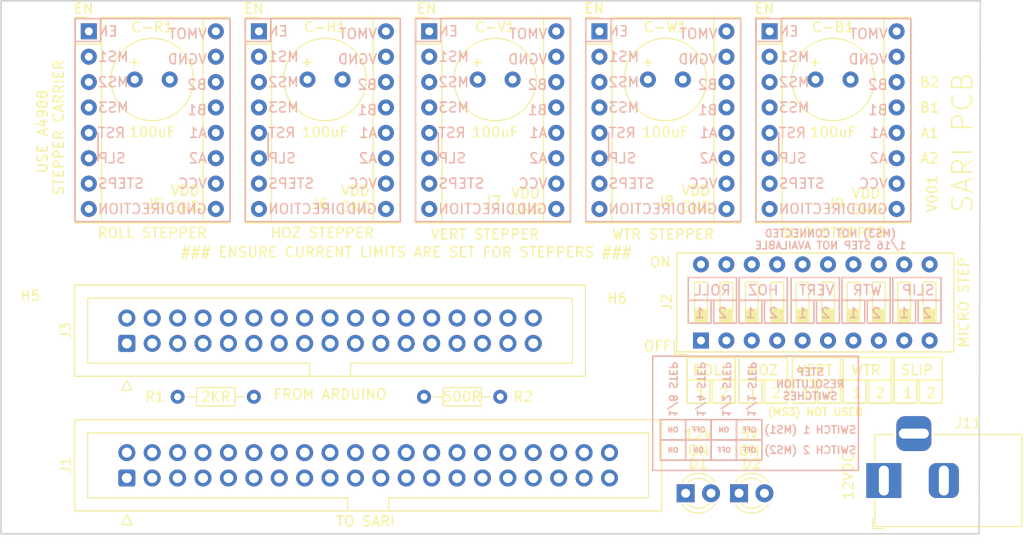
<source format=kicad_pcb>
(kicad_pcb (version 20211014) (generator pcbnew)
  (title_block (date "mar. 31 mars 2015"))
  (layers (0 "F.Cu" signal) (31 "B.Cu" signal) (34 "B.Paste" user) (35 "F.Paste" user) (36 "B.SilkS" user "B.Silkscreen") (37 "F.SilkS" user "F.Silkscreen") (38 "B.Mask" user) (39 "F.Mask" user) (44 "Edge.Cuts" user))
  (net 0 "")
  (net 1 "/ROLL_EN")
  (net 2 "GNDD")
  (net 4 "/ROLL_MS1")
  (net 5 "/ROLL_MS2")
  (net 7 "/ROLL_STEP")
  (net 8 "/ROLL_DIR")
  (net 9 "/ROLL_2B")
  (net 10 "/ROLL_2A")
  (net 11 "/ROLL_1A")
  (net 12 "/ROLL_1B")
  (net 13 "/VDD")
  (net 14 "/HOZ_EN")
  (net 15 "/HOZ_MS1")
  (net 16 "/HOZ_MS2")
  (net 17 "/HOZ_SLEEP")
  (net 18 "/HOZ_STEP")
  (net 19 "/HOZ_DIR")
  (net 20 "/HOZ_2B")
  (net 21 "/HOZ_2A")
  (net 22 "/HOZ_1A")
  (net 23 "/HOZ_1B")
  (net 24 "/VER_EN")
  (net 25 "/VER_MS1")
  (net 26 "/VER_MS2")
  (net 27 "/VER_SLEEP")
  (net 28 "/VER_STEP")
  (net 29 "/VER_DIR")
  (net 30 "/ZERO_IR")
  (net 31 "/SERVO_PITCH")
  (net 32 "/VER_2B")
  (net 33 "/VER_2A")
  (net 34 "/VER_1A")
  (net 35 "/VER_1B")
  (net 36 "/WL_EN")
  (net 37 "/WL_MS1")
  (net 38 "/WL_MS2")
  (net 39 "/LED_DATA_IN")
  (net 40 "/LED_DATA_OUT")
  (net 41 "/ENCODER_A")
  (net 42 "/WL_STEP")
  (net 43 "/WL_DIR")
  (net 44 "/ENCODER_B")
  (net 45 "/ENCODER_PUSH")
  (net 46 "/WL_2B")
  (net 47 "/WL_2A")
  (net 48 "/WL_1A")
  (net 49 "/WL_1B")
  (net 50 "/BALL_EN")
  (net 51 "/BALL_MS1")
  (net 52 "/BALL_MS2")
  (net 53 "/TEST_PUSH")
  (net 54 "/5VDC")
  (net 55 "/BALL_STEP")
  (net 56 "/BALL_DIR")
  (net 57 "/BALL_2B")
  (net 58 "/BALL_2A")
  (net 59 "/BALL_1A")
  (net 60 "/BALL_1B")
  (net 61 "/SERVO_RATE")
  (net 62 "/SERVO_FLAG")
  (net 63 "Net-(J5-Pad5)")
  (net 64 "Net-(J6-Pad5)")
  (net 65 "Net-(J7-Pad5)")
  (net 66 "Net-(J8-Pad5)")
  (net 67 "Net-(J9-Pad5)")
  (net 77 "/BALL_STEP_V+")
  (net 80 "Net-(D1-Pad1)")
  (net 81 "Net-(D2-Pad1)")
  (footprint "Capacitor_THT:C_Radial_D8.0mm_H7.0mm_P3.50mm" (layer "F.Cu") (at 189.512 76.2)
    (fp_text reference "C-W1" (at 1.75 -5.25) (layer "F.SilkS"))
    (fp_text value "100uF" (at 1.75 5.25) (layer "F.SilkS"))
    (pad "1" thru_hole circle (at 0 0) (size 1.6 1.6) (drill 0.8) (layers *.Cu *.Mask) (net 77 "/BALL_STEP_V+"))
    (pad "2" thru_hole circle (at 3.5 0) (size 1.6 1.6) (drill 0.8) (layers *.Cu *.Mask) (net 2 "GNDD"))
  )
  (footprint "MountingHole:MountingHole_2.5mm" (layer "F.Cu") (at 186.436 101.6)
    (fp_text reference "H6" (at 0 -3.5) (layer "F.SilkS"))
    (fp_text value "H4")
    (pad "" np_thru_hole circle (at 0 0) (size 2.5 2.5) (drill 2.5) (layers *.Cu *.Mask))
  )
  (footprint "Module:Pololu_Breakout-16_15.2x20.3mm" (layer "F.Cu") (at 201.686 71.374)
    (fp_text reference "J9" (at 6.594 17.272) (layer "F.SilkS"))
    (fp_text value "SLIP STEPPER" (at 6.35 20.17) (layer "F.SilkS"))
    (pad "1" thru_hole rect (at 0 0) (size 1.6 1.6) (drill 0.8) (layers *.Cu *.Mask) (net 50 "/BALL_EN"))
    (pad "2" thru_hole oval (at 0 2.54) (size 1.6 1.6) (drill 0.8) (layers *.Cu *.Mask) (net 51 "/BALL_MS1"))
    (pad "3" thru_hole oval (at 0 5.08) (size 1.6 1.6) (drill 0.8) (layers *.Cu *.Mask) (net 52 "/BALL_MS2"))
    (pad "4" thru_hole oval (at 0 7.62) (size 1.6 1.6) (drill 0.8) (layers *.Cu *.Mask) (net 2 "GNDD"))
    (pad "5" thru_hole oval (at 0 10.16) (size 1.6 1.6) (drill 0.8) (layers *.Cu *.Mask) (net 67 "Net-(J9-Pad5)"))
    (pad "6" thru_hole oval (at 0 12.7) (size 1.6 1.6) (drill 0.8) (layers *.Cu *.Mask) (net 67 "Net-(J9-Pad5)"))
    (pad "7" thru_hole oval (at 0 15.24) (size 1.6 1.6) (drill 0.8) (layers *.Cu *.Mask) (net 55 "/BALL_STEP"))
    (pad "8" thru_hole oval (at 0 17.78) (size 1.6 1.6) (drill 0.8) (layers *.Cu *.Mask) (net 56 "/BALL_DIR"))
    (pad "9" thru_hole oval (at 12.7 17.78) (size 1.6 1.6) (drill 0.8) (layers *.Cu *.Mask) (net 2 "GNDD"))
    (pad "10" thru_hole oval (at 12.7 15.24) (size 1.6 1.6) (drill 0.8) (layers *.Cu *.Mask) (net 13 "/VDD"))
    (pad "11" thru_hole oval (at 12.7 12.7) (size 1.6 1.6) (drill 0.8) (layers *.Cu *.Mask) (net 57 "/BALL_2B"))
    (pad "12" thru_hole oval (at 12.7 10.16) (size 1.6 1.6) (drill 0.8) (layers *.Cu *.Mask) (net 58 "/BALL_2A"))
    (pad "13" thru_hole oval (at 12.7 7.62) (size 1.6 1.6) (drill 0.8) (layers *.Cu *.Mask) (net 59 "/BALL_1A"))
    (pad "14" thru_hole oval (at 12.7 5.08) (size 1.6 1.6) (drill 0.8) (layers *.Cu *.Mask) (net 60 "/BALL_1B"))
    (pad "15" thru_hole oval (at 12.7 2.54) (size 1.6 1.6) (drill 0.8) (layers *.Cu *.Mask) (net 2 "GNDD"))
    (pad "16" thru_hole oval (at 12.7 0) (size 1.6 1.6) (drill 0.8) (layers *.Cu *.Mask) (net 77 "/BALL_STEP_V+"))
  )
  (footprint "Resistor_THT:R_Axial_DIN0204_L3.6mm_D1.6mm_P7.62mm_Horizontal" (layer "F.Cu") (at 150.114 107.95 180)
    (fp_text reference "R1" (at 9.906 0 180) (layer "F.SilkS"))
    (fp_text value "R")
    (pad "1" thru_hole circle (at 0 0 180) (size 1.4 1.4) (drill 0.7) (layers *.Cu *.Mask) (net 2 "GNDD"))
    (pad "2" thru_hole oval (at 7.62 0 180) (size 1.4 1.4) (drill 0.7) (layers *.Cu *.Mask) (net 80 "Net-(D1-Pad1)"))
  )
  (footprint "Button_Switch_THT:SW_DIP_SPSTx10_Slide_9.78x27.58mm_W7.62mm_P2.54mm" (layer "F.Cu") (at 194.823 102.3195 90)
    (fp_text reference "J2" (at 3.81 -3.42 90) (layer "F.SilkS"))
    (fp_text value "MICRO STEP" (at 3.81 26.28 90) (layer "F.SilkS"))
    (pad "1" thru_hole rect (at 0 0 90) (size 1.6 1.6) (drill 0.8) (layers *.Cu *.Mask) (net 4 "/ROLL_MS1"))
    (pad "2" thru_hole oval (at 0 2.54 90) (size 1.6 1.6) (drill 0.8) (layers *.Cu *.Mask) (net 5 "/ROLL_MS2"))
    (pad "3" thru_hole oval (at 0 5.08 90) (size 1.6 1.6) (drill 0.8) (layers *.Cu *.Mask) (net 15 "/HOZ_MS1"))
    (pad "4" thru_hole oval (at 0 7.62 90) (size 1.6 1.6) (drill 0.8) (layers *.Cu *.Mask) (net 16 "/HOZ_MS2"))
    (pad "5" thru_hole oval (at 0 10.16 90) (size 1.6 1.6) (drill 0.8) (layers *.Cu *.Mask) (net 25 "/VER_MS1"))
    (pad "6" thru_hole oval (at 0 12.7 90) (size 1.6 1.6) (drill 0.8) (layers *.Cu *.Mask) (net 26 "/VER_MS2"))
    (pad "7" thru_hole oval (at 0 15.24 90) (size 1.6 1.6) (drill 0.8) (layers *.Cu *.Mask) (net 37 "/WL_MS1"))
    (pad "8" thru_hole oval (at 0 17.78 90) (size 1.6 1.6) (drill 0.8) (layers *.Cu *.Mask) (net 38 "/WL_MS2"))
    (pad "9" thru_hole oval (at 0 20.32 90) (size 1.6 1.6) (drill 0.8) (layers *.Cu *.Mask) (net 51 "/BALL_MS1"))
    (pad "10" thru_hole oval (at 0 22.86 90) (size 1.6 1.6) (drill 0.8) (layers *.Cu *.Mask) (net 52 "/BALL_MS2"))
    (pad "11" thru_hole oval (at 7.62 22.86 90) (size 1.6 1.6) (drill 0.8) (layers *.Cu *.Mask) (net 13 "/VDD"))
    (pad "12" thru_hole oval (at 7.62 20.32 90) (size 1.6 1.6) (drill 0.8) (layers *.Cu *.Mask) (net 13 "/VDD"))
    (pad "13" thru_hole oval (at 7.62 17.78 90) (size 1.6 1.6) (drill 0.8) (layers *.Cu *.Mask) (net 13 "/VDD"))
    (pad "14" thru_hole oval (at 7.62 15.24 90) (size 1.6 1.6) (drill 0.8) (layers *.Cu *.Mask) (net 13 "/VDD"))
    (pad "15" thru_hole oval (at 7.62 12.7 90) (size 1.6 1.6) (drill 0.8) (layers *.Cu *.Mask) (net 13 "/VDD"))
    (pad "16" thru_hole oval (at 7.62 10.16 90) (size 1.6 1.6) (drill 0.8) (layers *.Cu *.Mask) (net 13 "/VDD"))
    (pad "17" thru_hole oval (at 7.62 7.62 90) (size 1.6 1.6) (drill 0.8) (layers *.Cu *.Mask) (net 13 "/VDD"))
    (pad "18" thru_hole oval (at 7.62 5.08 90) (size 1.6 1.6) (drill 0.8) (layers *.Cu *.Mask) (net 13 "/VDD"))
    (pad "19" thru_hole oval (at 7.62 2.54 90) (size 1.6 1.6) (drill 0.8) (layers *.Cu *.Mask) (net 13 "/VDD"))
    (pad "20" thru_hole oval (at 7.62 0 90) (size 1.6 1.6) (drill 0.8) (layers *.Cu *.Mask) (net 13 "/VDD"))
  )
  (footprint "Module:Pololu_Breakout-16_15.2x20.3mm" (layer "F.Cu") (at 150.622 71.374)
    (fp_text reference "J6" (at 6.096 17.272) (layer "F.SilkS"))
    (fp_text value "HOZ STEPPER" (at 6.35 20.17) (layer "F.SilkS"))
    (pad "1" thru_hole rect (at 0 0) (size 1.6 1.6) (drill 0.8) (layers *.Cu *.Mask) (net 14 "/HOZ_EN"))
    (pad "2" thru_hole oval (at 0 2.54) (size 1.6 1.6) (drill 0.8) (layers *.Cu *.Mask) (net 15 "/HOZ_MS1"))
    (pad "3" thru_hole oval (at 0 5.08) (size 1.6 1.6) (drill 0.8) (layers *.Cu *.Mask) (net 16 "/HOZ_MS2"))
    (pad "4" thru_hole oval (at 0 7.62) (size 1.6 1.6) (drill 0.8) (layers *.Cu *.Mask))
    (pad "5" thru_hole oval (at 0 10.16) (size 1.6 1.6) (drill 0.8) (layers *.Cu *.Mask) (net 64 "Net-(J6-Pad5)"))
    (pad "6" thru_hole oval (at 0 12.7) (size 1.6 1.6) (drill 0.8) (layers *.Cu *.Mask) (net 64 "Net-(J6-Pad5)"))
    (pad "7" thru_hole oval (at 0 15.24) (size 1.6 1.6) (drill 0.8) (layers *.Cu *.Mask) (net 18 "/HOZ_STEP"))
    (pad "8" thru_hole oval (at 0 17.78) (size 1.6 1.6) (drill 0.8) (layers *.Cu *.Mask) (net 19 "/HOZ_DIR"))
    (pad "9" thru_hole oval (at 12.7 17.78) (size 1.6 1.6) (drill 0.8) (layers *.Cu *.Mask) (net 2 "GNDD"))
    (pad "10" thru_hole oval (at 12.7 15.24) (size 1.6 1.6) (drill 0.8) (layers *.Cu *.Mask) (net 13 "/VDD"))
    (pad "11" thru_hole oval (at 12.7 12.7) (size 1.6 1.6) (drill 0.8) (layers *.Cu *.Mask) (net 20 "/HOZ_2B"))
    (pad "12" thru_hole oval (at 12.7 10.16) (size 1.6 1.6) (drill 0.8) (layers *.Cu *.Mask) (net 21 "/HOZ_2A"))
    (pad "13" thru_hole oval (at 12.7 7.62) (size 1.6 1.6) (drill 0.8) (layers *.Cu *.Mask) (net 22 "/HOZ_1A"))
    (pad "14" thru_hole oval (at 12.7 5.08) (size 1.6 1.6) (drill 0.8) (layers *.Cu *.Mask) (net 23 "/HOZ_1B"))
    (pad "15" thru_hole oval (at 12.7 2.54) (size 1.6 1.6) (drill 0.8) (layers *.Cu *.Mask) (net 2 "GNDD"))
    (pad "16" thru_hole oval (at 12.7 0) (size 1.6 1.6) (drill 0.8) (layers *.Cu *.Mask) (net 77 "/BALL_STEP_V+"))
  )
  (footprint "LED_THT:LED_D3.0mm" (layer "F.Cu") (at 198.628 117.602)
    (fp_text reference "D2" (at 1.27 -2.96) (layer "F.SilkS"))
    (fp_text value "LED")
    (pad "1" thru_hole rect (at 0 0) (size 1.8 1.8) (drill 0.9) (layers *.Cu *.Mask) (net 81 "Net-(D2-Pad1)"))
    (pad "2" thru_hole circle (at 2.54 0) (size 1.8 1.8) (drill 0.9) (layers *.Cu *.Mask) (net 54 "/5VDC"))
  )
  (footprint "Connector_BarrelJack:BarrelJack_Horizontal" (layer "F.Cu") (at 213.106 116.332 180)
    (fp_text reference "J11" (at -8.45 5.75) (layer "F.SilkS"))
    (fp_text value "STEPPER IN 12-20VDC" hide)
    (pad "1" thru_hole rect (at 0 0 180) (size 3.5 3.5) (drill oval 1 3) (layers *.Cu *.Mask) (net 77 "/BALL_STEP_V+"))
    (pad "2" thru_hole roundrect (at -6 0 180) (size 3 3.5) (drill oval 1 3) (layers *.Cu *.Mask) (net 2 "GNDD"))
    (pad "3" thru_hole roundrect (at -3 4.7 180) (size 3.5 3.5) (drill oval 3 1) (layers *.Cu *.Mask))
  )
  (footprint "Capacitor_THT:C_Radial_D8.0mm_H7.0mm_P3.50mm" (layer "F.Cu") (at 155.476 76.2)
    (fp_text reference "C-H1" (at 1.75 -5.25) (layer "F.SilkS"))
    (fp_text value "100uF" (at 1.75 5.25) (layer "F.SilkS"))
    (pad "1" thru_hole circle (at 0 0) (size 1.6 1.6) (drill 0.8) (layers *.Cu *.Mask) (net 77 "/BALL_STEP_V+"))
    (pad "2" thru_hole circle (at 3.5 0) (size 1.6 1.6) (drill 0.8) (layers *.Cu *.Mask) (net 2 "GNDD"))
  )
  (footprint "MountingHole:MountingHole_2.5mm" (layer "F.Cu") (at 127.762 101.346)
    (fp_text reference "H5" (at 0 -3.5) (layer "F.SilkS"))
    (fp_text value "H4")
    (pad "" np_thru_hole circle (at 0 0) (size 2.5 2.5) (drill 2.5) (layers *.Cu *.Mask))
  )
  (footprint "MountingHole:MountingHole_2.5mm" (layer "F.Cu") (at 127.762 71.12)
    (fp_text reference "H1" hide)
    (fp_text value "H1")
    (pad "" np_thru_hole circle (at 0 0) (size 2.5 2.5) (drill 2.5) (layers *.Cu *.Mask))
  )
  (footprint "Capacitor_THT:C_Radial_D8.0mm_H7.0mm_P3.50mm" (layer "F.Cu") (at 172.494 76.2)
    (fp_text reference "C-V1" (at 1.75 -5.25) (layer "F.SilkS"))
    (fp_text value "100uF" (at 1.75 5.25) (layer "F.SilkS"))
    (pad "1" thru_hole circle (at 0 0) (size 1.6 1.6) (drill 0.8) (layers *.Cu *.Mask) (net 77 "/BALL_STEP_V+"))
    (pad "2" thru_hole circle (at 3.5 0) (size 1.6 1.6) (drill 0.8) (layers *.Cu *.Mask) (net 2 "GNDD"))
  )
  (footprint "MountingHole:MountingHole_2.5mm" (layer "F.Cu") (at 127.508 118.872)
    (fp_text reference "H2" hide)
    (fp_text value "H2")
    (pad "" np_thru_hole circle (at 0 0) (size 2.5 2.5) (drill 2.5) (layers *.Cu *.Mask))
  )
  (footprint "LED_THT:LED_D3.0mm" (layer "F.Cu") (at 193.289 117.602)
    (fp_text reference "D1" (at 1.27 -2.96) (layer "F.SilkS"))
    (fp_text value "LED")
    (pad "1" thru_hole rect (at 0 0) (size 1.8 1.8) (drill 0.9) (layers *.Cu *.Mask) (net 80 "Net-(D1-Pad1)"))
    (pad "2" thru_hole circle (at 2.54 0) (size 1.8 1.8) (drill 0.9) (layers *.Cu *.Mask) (net 77 "/BALL_STEP_V+"))
  )
  (footprint "Resistor_THT:R_Axial_DIN0204_L3.6mm_D1.6mm_P7.62mm_Horizontal" (layer "F.Cu") (at 174.752 107.95 180)
    (fp_text reference "R2" (at -2.286 0 180) (layer "F.SilkS"))
    (fp_text value "R")
    (pad "1" thru_hole circle (at 0 0 180) (size 1.4 1.4) (drill 0.7) (layers *.Cu *.Mask) (net 2 "GNDD"))
    (pad "2" thru_hole oval (at 7.62 0 180) (size 1.4 1.4) (drill 0.7) (layers *.Cu *.Mask) (net 81 "Net-(D2-Pad1)"))
  )
  (footprint "Module:Pololu_Breakout-16_15.2x20.3mm" (layer "F.Cu") (at 184.668 71.374)
    (fp_text reference "J8" (at 6.594 17.018) (layer "F.SilkS"))
    (fp_text value "WTR STEPPER" (at 6.35 20.32) (layer "F.SilkS"))
    (pad "1" thru_hole rect (at 0 0) (size 1.6 1.6) (drill 0.8) (layers *.Cu *.Mask) (net 36 "/WL_EN"))
    (pad "2" thru_hole oval (at 0 2.54) (size 1.6 1.6) (drill 0.8) (layers *.Cu *.Mask) (net 37 "/WL_MS1"))
    (pad "3" thru_hole oval (at 0 5.08) (size 1.6 1.6) (drill 0.8) (layers *.Cu *.Mask) (net 38 "/WL_MS2"))
    (pad "4" thru_hole oval (at 0 7.62) (size 1.6 1.6) (drill 0.8) (layers *.Cu *.Mask))
    (pad "5" thru_hole oval (at 0 10.16) (size 1.6 1.6) (drill 0.8) (layers *.Cu *.Mask) (net 66 "Net-(J8-Pad5)"))
    (pad "6" thru_hole oval (at 0 12.7) (size 1.6 1.6) (drill 0.8) (layers *.Cu *.Mask) (net 66 "Net-(J8-Pad5)"))
    (pad "7" thru_hole oval (at 0 15.24) (size 1.6 1.6) (drill 0.8) (layers *.Cu *.Mask) (net 42 "/WL_STEP"))
    (pad "8" thru_hole oval (at 0 17.78) (size 1.6 1.6) (drill 0.8) (layers *.Cu *.Mask) (net 43 "/WL_DIR"))
    (pad "9" thru_hole oval (at 12.7 17.78) (size 1.6 1.6) (drill 0.8) (layers *.Cu *.Mask) (net 2 "GNDD"))
    (pad "10" thru_hole oval (at 12.7 15.24) (size 1.6 1.6) (drill 0.8) (layers *.Cu *.Mask) (net 13 "/VDD"))
    (pad "11" thru_hole oval (at 12.7 12.7) (size 1.6 1.6) (drill 0.8) (layers *.Cu *.Mask) (net 46 "/WL_2B"))
    (pad "12" thru_hole oval (at 12.7 10.16) (size 1.6 1.6) (drill 0.8) (layers *.Cu *.Mask) (net 47 "/WL_2A"))
    (pad "13" thru_hole oval (at 12.7 7.62) (size 1.6 1.6) (drill 0.8) (layers *.Cu *.Mask) (net 48 "/WL_1A"))
    (pad "14" thru_hole oval (at 12.7 5.08) (size 1.6 1.6) (drill 0.8) (layers *.Cu *.Mask) (net 49 "/WL_1B"))
    (pad "15" thru_hole oval (at 12.7 2.54) (size 1.6 1.6) (drill 0.8) (layers *.Cu *.Mask) (net 2 "GNDD"))
    (pad "16" thru_hole oval (at 12.7 0) (size 1.6 1.6) (drill 0.8) (layers *.Cu *.Mask) (net 77 "/BALL_STEP_V+"))
  )
  (footprint "Module:Pololu_Breakout-16_15.2x20.3mm" (layer "F.Cu") (at 167.65 71.374)
    (fp_text reference "J7" (at 6.34 17.018) (layer "F.SilkS"))
    (fp_text value "VERT STEPPER" (at 5.588 20.32) (layer "F.SilkS"))
    (pad "1" thru_hole rect (at 0 0) (size 1.6 1.6) (drill 0.8) (layers *.Cu *.Mask) (net 24 "/VER_EN"))
    (pad "2" thru_hole oval (at 0 2.54) (size 1.6 1.6) (drill 0.8) (layers *.Cu *.Mask) (net 25 "/VER_MS1"))
    (pad "3" thru_hole oval (at 0 5.08) (size 1.6 1.6) (drill 0.8) (layers *.Cu *.Mask) (net 26 "/VER_MS2"))
    (pad "4" thru_hole oval (at 0 7.62) (size 1.6 1.6) (drill 0.8) (layers *.Cu *.Mask))
    (pad "5" thru_hole oval (at 0 10.16) (size 1.6 1.6) (drill 0.8) (layers *.Cu *.Mask) (net 65 "Net-(J7-Pad5)"))
    (pad "6" thru_hole oval (at 0 12.7) (size 1.6 1.6) (drill 0.8) (layers *.Cu *.Mask) (net 65 "Net-(J7-Pad5)"))
    (pad "7" thru_hole oval (at 0 15.24) (size 1.6 1.6) (drill 0.8) (layers *.Cu *.Mask) (net 28 "/VER_STEP"))
    (pad "8" thru_hole oval (at 0 17.78) (size 1.6 1.6) (drill 0.8) (layers *.Cu *.Mask) (net 29 "/VER_DIR"))
    (pad "9" thru_hole oval (at 12.7 17.78) (size 1.6 1.6) (drill 0.8) (layers *.Cu *.Mask) (net 2 "GNDD"))
    (pad "10" thru_hole oval (at 12.7 15.24) (size 1.6 1.6) (drill 0.8) (layers *.Cu *.Mask) (net 13 "/VDD"))
    (pad "11" thru_hole oval (at 12.7 12.7) (size 1.6 1.6) (drill 0.8) (layers *.Cu *.Mask) (net 32 "/VER_2B"))
    (pad "12" thru_hole oval (at 12.7 10.16) (size 1.6 1.6) (drill 0.8) (layers *.Cu *.Mask) (net 33 "/VER_2A"))
    (pad "13" thru_hole oval (at 12.7 7.62) (size 1.6 1.6) (drill 0.8) (layers *.Cu *.Mask) (net 34 "/VER_1A"))
    (pad "14" thru_hole oval (at 12.7 5.08) (size 1.6 1.6) (drill 0.8) (layers *.Cu *.Mask) (net 35 "/VER_1B"))
    (pad "15" thru_hole oval (at 12.7 2.54) (size 1.6 1.6) (drill 0.8) (layers *.Cu *.Mask) (net 2 "GNDD"))
    (pad "16" thru_hole oval (at 12.7 0) (size 1.6 1.6) (drill 0.8) (layers *.Cu *.Mask) (net 77 "/BALL_STEP_V+"))
  )
  (footprint "MountingHole:MountingHole_2.5mm" (layer "F.Cu") (at 205.994 118.872)
    (fp_text reference "H4" hide)
    (fp_text value "H4")
    (pad "" np_thru_hole circle (at 0 0) (size 2.5 2.5) (drill 2.5) (layers *.Cu *.Mask))
  )
  (footprint "Capacitor_THT:C_Radial_D8.0mm_H7.0mm_P3.50mm" (layer "F.Cu") (at 138.204 76.2)
    (fp_text reference "C-R1" (at 1.75 -5.25) (layer "F.SilkS"))
    (fp_text value "100uF" (at 1.75 5.25) (layer "F.SilkS"))
    (pad "1" thru_hole circle (at 0 0) (size 1.6 1.6) (drill 0.8) (layers *.Cu *.Mask) (net 77 "/BALL_STEP_V+"))
    (pad "2" thru_hole circle (at 3.5 0) (size 1.6 1.6) (drill 0.8) (layers *.Cu *.Mask) (net 2 "GNDD"))
  )
  (footprint "Capacitor_THT:C_Radial_D8.0mm_H7.0mm_P3.50mm" (layer "F.Cu") (at 206.276 76.2)
    (fp_text reference "C-B1" (at 1.75 -5.25) (layer "F.SilkS"))
    (fp_text value "100uF" (at 1.75 5.25) (layer "F.SilkS"))
    (pad "1" thru_hole circle (at 0 0) (size 1.6 1.6) (drill 0.8) (layers *.Cu *.Mask) (net 77 "/BALL_STEP_V+"))
    (pad "2" thru_hole circle (at 3.5 0) (size 1.6 1.6) (drill 0.8) (layers *.Cu *.Mask) (net 2 "GNDD"))
  )
  (footprint "Module:Pololu_Breakout-16_15.2x20.3mm" (layer "F.Cu") (at 133.614 71.374)
    (fp_text reference "J5" (at 6.594 17.272) (layer "F.SilkS"))
    (fp_text value "ROLL STEPPER" (at 6.35 20.17) (layer "F.SilkS"))
    (pad "1" thru_hole rect (at 0 0) (size 1.6 1.6) (drill 0.8) (layers *.Cu *.Mask) (net 1 "/ROLL_EN"))
    (pad "2" thru_hole oval (at 0 2.54) (size 1.6 1.6) (drill 0.8) (layers *.Cu *.Mask) (net 4 "/ROLL_MS1"))
    (pad "3" thru_hole oval (at 0 5.08) (size 1.6 1.6) (drill 0.8) (layers *.Cu *.Mask) (net 5 "/ROLL_MS2"))
    (pad "4" thru_hole oval (at 0 7.62) (size 1.6 1.6) (drill 0.8) (layers *.Cu *.Mask))
    (pad "5" thru_hole oval (at 0 10.16) (size 1.6 1.6) (drill 0.8) (layers *.Cu *.Mask) (net 63 "Net-(J5-Pad5)"))
    (pad "6" thru_hole oval (at 0 12.7) (size 1.6 1.6) (drill 0.8) (layers *.Cu *.Mask) (net 63 "Net-(J5-Pad5)"))
    (pad "7" thru_hole oval (at 0 15.24) (size 1.6 1.6) (drill 0.8) (layers *.Cu *.Mask) (net 7 "/ROLL_STEP"))
    (pad "8" thru_hole oval (at 0 17.78) (size 1.6 1.6) (drill 0.8) (layers *.Cu *.Mask) (net 8 "/ROLL_DIR"))
    (pad "9" thru_hole oval (at 12.7 17.78) (size 1.6 1.6) (drill 0.8) (layers *.Cu *.Mask) (net 2 "GNDD"))
    (pad "10" thru_hole oval (at 12.7 15.24) (size 1.6 1.6) (drill 0.8) (layers *.Cu *.Mask) (net 13 "/VDD"))
    (pad "11" thru_hole oval (at 12.7 12.7) (size 1.6 1.6) (drill 0.8) (layers *.Cu *.Mask) (net 9 "/ROLL_2B"))
    (pad "12" thru_hole oval (at 12.7 10.16) (size 1.6 1.6) (drill 0.8) (layers *.Cu *.Mask) (net 10 "/ROLL_2A"))
    (pad "13" thru_hole oval (at 12.7 7.62) (size 1.6 1.6) (drill 0.8) (layers *.Cu *.Mask) (net 11 "/ROLL_1A"))
    (pad "14" thru_hole oval (at 12.7 5.08) (size 1.6 1.6) (drill 0.8) (layers *.Cu *.Mask) (net 12 "/ROLL_1B"))
    (pad "15" thru_hole oval (at 12.7 2.54) (size 1.6 1.6) (drill 0.8) (layers *.Cu *.Mask) (net 2 "GNDD"))
    (pad "16" thru_hole oval (at 12.7 0) (size 1.6 1.6) (drill 0.8) (layers *.Cu *.Mask) (net 77 "/BALL_STEP_V+"))
  )
  (footprint "Connector_IDC:IDC-Header_2x17_P2.54mm_Vertical" (layer "F.Cu") (at 137.414 102.6065 90)
    (fp_text reference "J3" (at 1.27 -6.1 90) (layer "F.SilkS"))
    (fp_text value "FROM ARDUINO" (at -5.0895 20.32 180) (layer "F.SilkS"))
    (pad "1" thru_hole roundrect (at 0 0 90) (size 1.7 1.7) (drill 1) (layers *.Cu *.Mask) (roundrect_rratio 0.147059) (net 13 "/VDD"))
    (pad "2" thru_hole circle (at 2.54 0 90) (size 1.7 1.7) (drill 1) (layers *.Cu *.Mask))
    (pad "3" thru_hole circle (at 0 2.54 90) (size 1.7 1.7) (drill 1) (layers *.Cu *.Mask) (net 1 "/ROLL_EN"))
    (pad "4" thru_hole circle (at 2.54 2.54 90) (size 1.7 1.7) (drill 1) (layers *.Cu *.Mask) (net 30 "/ZERO_IR"))
    (pad "5" thru_hole circle (at 0 5.08 90) (size 1.7 1.7) (drill 1) (layers *.Cu *.Mask) (net 7 "/ROLL_STEP"))
    (pad "6" thru_hole circle (at 2.54 5.08 90) (size 1.7 1.7) (drill 1) (layers *.Cu *.Mask) (net 31 "/SERVO_PITCH"))
    (pad "7" thru_hole circle (at 0 7.62 90) (size 1.7 1.7) (drill 1) (layers *.Cu *.Mask) (net 8 "/ROLL_DIR"))
    (pad "8" thru_hole circle (at 2.54 7.62 90) (size 1.7 1.7) (drill 1) (layers *.Cu *.Mask) (net 61 "/SERVO_RATE"))
    (pad "9" thru_hole circle (at 0 10.16 90) (size 1.7 1.7) (drill 1) (layers *.Cu *.Mask) (net 14 "/HOZ_EN"))
    (pad "10" thru_hole circle (at 2.54 10.16 90) (size 1.7 1.7) (drill 1) (layers *.Cu *.Mask) (net 62 "/SERVO_FLAG"))
    (pad "11" thru_hole circle (at 0 12.7 90) (size 1.7 1.7) (drill 1) (layers *.Cu *.Mask) (net 17 "/HOZ_SLEEP"))
    (pad "12" thru_hole circle (at 2.54 12.7 90) (size 1.7 1.7) (drill 1) (layers *.Cu *.Mask) (net 39 "/LED_DATA_IN"))
    (pad "13" thru_hole circle (at 0 15.24 90) (size 1.7 1.7) (drill 1) (layers *.Cu *.Mask) (net 18 "/HOZ_STEP"))
    (pad "14" thru_hole circle (at 2.54 15.24 90) (size 1.7 1.7) (drill 1) (layers *.Cu *.Mask) (net 40 "/LED_DATA_OUT"))
    (pad "15" thru_hole circle (at 0 17.78 90) (size 1.7 1.7) (drill 1) (layers *.Cu *.Mask) (net 24 "/VER_EN"))
    (pad "16" thru_hole circle (at 2.54 17.78 90) (size 1.7 1.7) (drill 1) (layers *.Cu *.Mask) (net 41 "/ENCODER_A"))
    (pad "17" thru_hole circle (at 0 20.32 90) (size 1.7 1.7) (drill 1) (layers *.Cu *.Mask) (net 27 "/VER_SLEEP"))
    (pad "18" thru_hole circle (at 2.54 20.32 90) (size 1.7 1.7) (drill 1) (layers *.Cu *.Mask) (net 44 "/ENCODER_B"))
    (pad "19" thru_hole circle (at 0 22.86 90) (size 1.7 1.7) (drill 1) (layers *.Cu *.Mask) (net 29 "/VER_DIR"))
    (pad "20" thru_hole circle (at 2.54 22.86 90) (size 1.7 1.7) (drill 1) (layers *.Cu *.Mask) (net 45 "/ENCODER_PUSH"))
    (pad "21" thru_hole circle (at 0 25.4 90) (size 1.7 1.7) (drill 1) (layers *.Cu *.Mask) (net 43 "/WL_DIR"))
    (pad "22" thru_hole circle (at 2.54 25.4 90) (size 1.7 1.7) (drill 1) (layers *.Cu *.Mask) (net 53 "/TEST_PUSH"))
    (pad "23" thru_hole circle (at 0 27.94 90) (size 1.7 1.7) (drill 1) (layers *.Cu *.Mask) (net 42 "/WL_STEP"))
    (pad "24" thru_hole circle (at 2.54 27.94 90) (size 1.7 1.7) (drill 1) (layers *.Cu *.Mask))
    (pad "25" thru_hole circle (at 0 30.48 90) (size 1.7 1.7) (drill 1) (layers *.Cu *.Mask) (net 36 "/WL_EN"))
    (pad "26" thru_hole circle (at 2.54 30.48 90) (size 1.7 1.7) (drill 1) (layers *.Cu *.Mask))
    (pad "27" thru_hole circle (at 0 33.02 90) (size 1.7 1.7) (drill 1) (layers *.Cu *.Mask) (net 56 "/BALL_DIR"))
    (pad "28" thru_hole circle (at 2.54 33.02 90) (size 1.7 1.7) (drill 1) (layers *.Cu *.Mask))
    (pad "29" thru_hole circle (at 0 35.56 90) (size 1.7 1.7) (drill 1) (layers *.Cu *.Mask) (net 55 "/BALL_STEP"))
    (pad "30" thru_hole circle (at 2.54 35.56 90) (size 1.7 1.7) (drill 1) (layers *.Cu *.Mask) (net 54 "/5VDC"))
    (pad "31" thru_hole circle (at 0 38.1 90) (size 1.7 1.7) (drill 1) (layers *.Cu *.Mask) (net 50 "/BALL_EN"))
    (pad "32" thru_hole circle (at 2.54 38.1 90) (size 1.7 1.7) (drill 1) (layers *.Cu *.Mask) (net 2 "GNDD"))
    (pad "33" thru_hole circle (at 0 40.64 90) (size 1.7 1.7) (drill 1) (layers *.Cu *.Mask))
    (pad "34" thru_hole circle (at 2.54 40.64 90) (size 1.7 1.7) (drill 1) (layers *.Cu *.Mask))
  )
  (footprint "Connector_IDC:IDC-Header_2x20_P2.54mm_Vertical" (layer "F.Cu") (at 137.414 116.078 90)
    (fp_text reference "J1" (at 1.27 -6.1 90) (layer "F.SilkS"))
    (fp_text value "TO SARI" (at -4.3275 23.876 180) (layer "F.SilkS"))
    (pad "1" thru_hole roundrect (at 0 0 90) (size 1.7 1.7) (drill 1) (layers *.Cu *.Mask) (roundrect_rratio 0.147059) (net 12 "/ROLL_1B"))
    (pad "2" thru_hole circle (at 2.54 0 90) (size 1.7 1.7) (drill 1) (layers *.Cu *.Mask))
    (pad "3" thru_hole circle (at 0 2.54 90) (size 1.7 1.7) (drill 1) (layers *.Cu *.Mask) (net 11 "/ROLL_1A"))
    (pad "4" thru_hole circle (at 2.54 2.54 90) (size 1.7 1.7) (drill 1) (layers *.Cu *.Mask) (net 30 "/ZERO_IR"))
    (pad "5" thru_hole circle (at 0 5.08 90) (size 1.7 1.7) (drill 1) (layers *.Cu *.Mask) (net 10 "/ROLL_2A"))
    (pad "6" thru_hole circle (at 2.54 5.08 90) (size 1.7 1.7) (drill 1) (layers *.Cu *.Mask) (net 31 "/SERVO_PITCH"))
    (pad "7" thru_hole circle (at 0 7.62 90) (size 1.7 1.7) (drill 1) (layers *.Cu *.Mask) (net 9 "/ROLL_2B"))
    (pad "8" thru_hole circle (at 2.54 7.62 90) (size 1.7 1.7) (drill 1) (layers *.Cu *.Mask) (net 61 "/SERVO_RATE"))
    (pad "9" thru_hole circle (at 0 10.16 90) (size 1.7 1.7) (drill 1) (layers *.Cu *.Mask) (net 23 "/HOZ_1B"))
    (pad "10" thru_hole circle (at 2.54 10.16 90) (size 1.7 1.7) (drill 1) (layers *.Cu *.Mask) (net 62 "/SERVO_FLAG"))
    (pad "11" thru_hole circle (at 0 12.7 90) (size 1.7 1.7) (drill 1) (layers *.Cu *.Mask) (net 22 "/HOZ_1A"))
    (pad "12" thru_hole circle (at 2.54 12.7 90) (size 1.7 1.7) (drill 1) (layers *.Cu *.Mask) (net 39 "/LED_DATA_IN"))
    (pad "13" thru_hole circle (at 0 15.24 90) (size 1.7 1.7) (drill 1) (layers *.Cu *.Mask) (net 21 "/HOZ_2A"))
    (pad "14" thru_hole circle (at 2.54 15.24 90) (size 1.7 1.7) (drill 1) (layers *.Cu *.Mask) (net 40 "/LED_DATA_OUT"))
    (pad "15" thru_hole circle (at 0 17.78 90) (size 1.7 1.7) (drill 1) (layers *.Cu *.Mask) (net 20 "/HOZ_2B"))
    (pad "16" thru_hole circle (at 2.54 17.78 90) (size 1.7 1.7) (drill 1) (layers *.Cu *.Mask) (net 41 "/ENCODER_A"))
    (pad "17" thru_hole circle (at 0 20.32 90) (size 1.7 1.7) (drill 1) (layers *.Cu *.Mask) (net 35 "/VER_1B"))
    (pad "18" thru_hole circle (at 2.54 20.32 90) (size 1.7 1.7) (drill 1) (layers *.Cu *.Mask) (net 44 "/ENCODER_B"))
    (pad "19" thru_hole circle (at 0 22.86 90) (size 1.7 1.7) (drill 1) (layers *.Cu *.Mask) (net 34 "/VER_1A"))
    (pad "20" thru_hole circle (at 2.54 22.86 90) (size 1.7 1.7) (drill 1) (layers *.Cu *.Mask) (net 45 "/ENCODER_PUSH"))
    (pad "21" thru_hole circle (at 0 25.4 90) (size 1.7 1.7) (drill 1) (layers *.Cu *.Mask) (net 33 "/VER_2A"))
    (pad "22" thru_hole circle (at 2.54 25.4 90) (size 1.7 1.7) (drill 1) (layers *.Cu *.Mask) (net 53 "/TEST_PUSH"))
    (pad "23" thru_hole circle (at 0 27.94 90) (size 1.7 1.7) (drill 1) (layers *.Cu *.Mask) (net 32 "/VER_2B"))
    (pad "24" thru_hole circle (at 2.54 27.94 90) (size 1.7 1.7) (drill 1) (layers *.Cu *.Mask))
    (pad "25" thru_hole circle (at 0 30.48 90) (size 1.7 1.7) (drill 1) (layers *.Cu *.Mask) (net 49 "/WL_1B"))
    (pad "26" thru_hole circle (at 2.54 30.48 90) (size 1.7 1.7) (drill 1) (layers *.Cu *.Mask))
    (pad "27" thru_hole circle (at 0 33.02 90) (size 1.7 1.7) (drill 1) (layers *.Cu *.Mask) (net 48 "/WL_1A"))
    (pad "28" thru_hole circle (at 2.54 33.02 90) (size 1.7 1.7) (drill 1) (layers *.Cu *.Mask))
    (pad "29" thru_hole circle (at 0 35.56 90) (size 1.7 1.7) (drill 1) (layers *.Cu *.Mask) (net 47 "/WL_2A"))
    (pad "30" thru_hole circle (at 2.54 35.56 90) (size 1.7 1.7) (drill 1) (layers *.Cu *.Mask))
    (pad "31" thru_hole circle (at 0 38.1 90) (size 1.7 1.7) (drill 1) (layers *.Cu *.Mask) (net 46 "/WL_2B"))
    (pad "32" thru_hole circle (at 2.54 38.1 90) (size 1.7 1.7) (drill 1) (layers *.Cu *.Mask))
    (pad "33" thru_hole circle (at 0 40.64 90) (size 1.7 1.7) (drill 1) (layers *.Cu *.Mask) (net 60 "/BALL_1B"))
    (pad "34" thru_hole circle (at 2.54 40.64 90) (size 1.7 1.7) (drill 1) (layers *.Cu *.Mask) (net 54 "/5VDC"))
    (pad "35" thru_hole circle (at 0 43.18 90) (size 1.7 1.7) (drill 1) (layers *.Cu *.Mask) (net 59 "/BALL_1A"))
    (pad "36" thru_hole circle (at 2.54 43.18 90) (size 1.7 1.7) (drill 1) (layers *.Cu *.Mask) (net 54 "/5VDC"))
    (pad "37" thru_hole circle (at 0 45.72 90) (size 1.7 1.7) (drill 1) (layers *.Cu *.Mask) (net 58 "/BALL_2A"))
    (pad "38" thru_hole circle (at 2.54 45.72 90) (size 1.7 1.7) (drill 1) (layers *.Cu *.Mask) (net 2 "GNDD"))
    (pad "39" thru_hole circle (at 0 48.26 90) (size 1.7 1.7) (drill 1) (layers *.Cu *.Mask) (net 57 "/BALL_2B"))
    (pad "40" thru_hole circle (at 2.54 48.26 90) (size 1.7 1.7) (drill 1) (layers *.Cu *.Mask) (net 2 "GNDD"))
  )
  (footprint "MountingHole:MountingHole_2.5mm" (layer "F.Cu") (at 219.964 71.12)
    (fp_text reference "H3" hide)
    (fp_text value "H3")
    (pad "" np_thru_hole circle (at 0 0) (size 2.5 2.5) (drill 2.5) (layers *.Cu *.Mask))
  )
  (gr_rect (start 189.992 115.316) (end 210.566 103.886) (layer "B.SilkS") (width 0.15) (fill none))
  (gr_rect (start 206.375 100.584) (end 208.661 98.298) (layer "B.SilkS") (width 0.15) (fill none))
  (gr_rect (start 193.548 98.298) (end 198.374 96.012) (layer "B.SilkS") (width 0.15) (fill none))
  (gr_rect (start 193.294 114.3) (end 195.834 112.268) (layer "B.SilkS") (width 0.15) (fill none))
  (gr_rect (start 151.804666 72.39) (end 149.264666 70.104) (layer "B.SilkS") (width 0.15) (fill none))
  (gr_rect (start 190.754 112.268) (end 193.294 110.236) (layer "B.SilkS") (width 0.15) (fill none))
  (gr_rect (start 203.835 100.584) (end 206.121 98.298) (layer "B.SilkS") (width 0.15) (fill none))
  (gr_rect (start 164.758666 90.424) (end 149.264666 70.104) (layer "B.SilkS") (width 0.15) (fill none))
  (gr_rect (start 211.455 100.584) (end 213.741 98.298) (layer "B.SilkS") (width 0.15) (fill none))
  (gr_rect (start 193.548 100.584) (end 195.834 98.298) (layer "B.SilkS") (width 0.15) (fill none))
  (gr_rect (start 195.834 112.268) (end 198.374 110.236) (layer "B.SilkS") (width 0.15) (fill none))
  (gr_line (start 151.550857 84.328) (end 151.550857 81.534) (layer "B.SilkS") (width 0.15))
  (gr_rect (start 213.995 100.584) (end 216.281 98.298) (layer "B.SilkS") (width 0.15) (fill none))
  (gr_rect (start 195.834 114.3) (end 198.374 112.268) (layer "B.SilkS") (width 0.15) (fill none))
  (gr_rect (start 201.168 100.584) (end 203.454 98.298) (layer "B.SilkS") (width 0.15) (fill none))
  (gr_rect (start 168.822666 72.39) (end 166.282666 70.104) (layer "B.SilkS") (width 0.15) (fill none))
  (gr_rect (start 213.995 98.298) (end 218.821 96.012) (layer "B.SilkS") (width 0.15) (fill none))
  (gr_rect (start 198.374 112.268) (end 200.914 110.236) (layer "B.SilkS") (width 0.15) (fill none))
  (gr_rect (start 198.794666 90.424) (end 183.300666 70.104) (layer "B.SilkS") (width 0.15) (fill none))
  (gr_rect (start 181.776666 90.424) (end 166.282666 70.104) (layer "B.SilkS") (width 0.15) (fill none))
  (gr_rect (start 198.374 114.3) (end 200.914 112.268) (layer "B.SilkS") (width 0.15) (fill none))
  (gr_rect (start 208.915 100.584) (end 211.201 98.298) (layer "B.SilkS") (width 0.15) (fill none))
  (gr_line (start 185.586857 84.328) (end 185.586857 81.534) (layer "B.SilkS") (width 0.15))
  (gr_rect (start 198.628 98.298) (end 203.454 96.012) (layer "B.SilkS") (width 0.15) (fill none))
  (gr_rect (start 208.915 98.298) (end 213.741 96.012) (layer "B.SilkS") (width 0.15) (fill none))
  (gr_rect (start 203.835 98.298) (end 208.661 96.012) (layer "B.SilkS") (width 0.15) (fill none))
  (gr_rect (start 202.858666 72.39) (end 200.318666 70.104) (layer "B.SilkS") (width 0.15) (fill none))
  (gr_rect (start 198.628 100.584) (end 200.914 98.298) (layer "B.SilkS") (width 0.15) (fill none))
  (gr_rect (start 215.812666 90.424) (end 200.318666 70.104) (layer "B.SilkS") (width 0.15) (fill none))
  (gr_line (start 168.568857 84.328) (end 168.568857 81.534) (layer "B.SilkS") (width 0.15))
  (gr_rect (start 193.294 112.268) (end 195.834 110.236) (layer "B.SilkS") (width 0.15) (fill none))
  (gr_rect (start 190.754 114.3) (end 193.294 112.268) (layer "B.SilkS") (width 0.15) (fill none))
  (gr_rect (start 196.088 100.584) (end 198.374 98.298) (layer "B.SilkS") (width 0.15) (fill none))
  (gr_line (start 134.532857 84.328) (end 134.532857 81.534) (layer "B.SilkS") (width 0.15))
  (gr_rect (start 216.535 100.584) (end 218.821 98.298) (layer "B.SilkS") (width 0.15) (fill none))
  (gr_rect (start 185.840666 72.39) (end 183.300666 70.104) (layer "B.SilkS") (width 0.15) (fill none))
  (gr_line (start 202.604857 84.328) (end 202.604857 81.534) (layer "B.SilkS") (width 0.15))
  (gr_rect (start 147.740666 90.424) (end 132.246666 70.104) (layer "B.SilkS") (width 0.15) (fill none))
  (gr_rect (start 134.786666 72.39) (end 132.246666 70.104) (layer "B.SilkS") (width 0.15) (fill none))
  (gr_rect (start 201.168 106.299) (end 203.454 108.585) (layer "F.SilkS") (width 0.15) (fill none))
  (gr_rect (start 214.122 104.013) (end 218.948 106.299) (layer "F.SilkS") (width 0.15) (fill none))
  (gr_rect (start 203.962 106.299) (end 206.248 108.585) (layer "F.SilkS") (width 0.15) (fill none))
  (gr_rect (start 209.042 106.299) (end 211.328 108.585) (layer "F.SilkS") (width 0.15) (fill none))
  (gr_rect (start 198.628 106.299) (end 200.914 108.585) (layer "F.SilkS") (width 0.15) (fill none))
  (gr_rect (start 203.962 104.013) (end 208.788 106.299) (layer "F.SilkS") (width 0.15) (fill none))
  (gr_rect (start 193.421 104.013) (end 198.247 106.299) (layer "F.SilkS") (width 0.15) (fill none))
  (gr_rect (start 216.662 106.299) (end 218.948 108.585) (layer "F.SilkS") (width 0.15) (fill none))
  (gr_rect (start 214.122 106.299) (end 216.408 108.585) (layer "F.SilkS") (width 0.15) (fill none))
  (gr_rect (start 195.961 106.299) (end 198.247 108.585) (layer "F.SilkS") (width 0.15) (fill none))
  (gr_rect (start 193.421 106.299) (end 195.707 108.585) (layer "F.SilkS") (width 0.15) (fill none))
  (gr_rect (start 209.042 104.013) (end 213.868 106.299) (layer "F.SilkS") (width 0.15) (fill none))
  (gr_rect (start 206.502 106.299) (end 208.788 108.585) (layer "F.SilkS") (width 0.15) (fill none))
  (gr_rect (start 211.582 106.299) (end 213.868 108.585) (layer "F.SilkS") (width 0.15) (fill none))
  (gr_rect (start 198.628 104.013) (end 203.454 106.299) (layer "F.SilkS") (width 0.15) (fill none))
  (gr_line (start 124.841 121.666) (end 222.631 121.666) (layer "Edge.Cuts") (width 0.15))
  (gr_line (start 124.841 68.326) (end 222.758 68.326) (layer "Edge.Cuts") (width 0.15))
  (gr_line (start 222.631 121.666) (end 222.758 68.326) (layer "Edge.Cuts") (width 0.15))
  (gr_line (start 124.841 68.326) (end 124.841 121.666) (layer "Edge.Cuts") (width 0.15))
  (gr_text "2" (at 202.057 99.568) (layer "B.SilkS") (effects (font (size 1 1)) (justify mirror)))
  (gr_text "STEPS" (at 204.890571 86.614) (layer "B.SilkS") (effects (font (size 1 1)) (justify mirror)))
  (gr_text "ON" (at 194.564 113.284) (layer "B.SilkS") (effects (font (size 0.5 0.5) (thickness 0.125)) (justify mirror)))
  (gr_text "A2" (at 161.528095 84.074) (layer "B.SilkS") (effects (font (size 1 1)) (justify mirror)))
  (gr_text "MS1" (at 187.110666 73.914) (layer "B.SilkS") (effects (font (size 1 1)) (justify mirror)))
  (gr_text "A2" (at 212.582095 84.074) (layer "B.SilkS") (effects (font (size 1 1)) (justify mirror)))
  (gr_text "STEPS" (at 153.836571 86.614) (layer "B.SilkS") (effects (font (size 1 1)) (justify mirror)))
  (gr_text "DIRECTION\n" (at 172.426 89.154) (layer "B.SilkS") (effects (font (size 1 1)) (justify mirror)))
  (gr_text "MS1" (at 153.074666 73.914) (layer "B.SilkS") (effects (font (size 1 1)) (justify mirror)))
  (gr_text "SLP" (at 186.967809 84.074) (layer "B.SilkS") (effects (font (size 1 1)) (justify mirror)))
  (gr_text "EN" (at 169.545047 71.374) (layer "B.SilkS") (effects (font (size 1 1)) (justify mirror)))
  (gr_text "SLP" (at 169.949809 84.074) (layer "B.SilkS") (effects (font (size 1 1)) (justify mirror)))
  (gr_text "MS2\n" (at 170.092666 76.454) (layer "B.SilkS") (effects (font (size 1 1)) (justify mirror)))
  (gr_text "RST\n" (at 152.908 81.534) (layer "B.SilkS") (effects (font (size 1 1)) (justify mirror)))
  (gr_text "2" (at 217.424 99.568) (layer "B.SilkS") (effects (font (size 1 1)) (justify mirror)))
  (gr_text "B2" (at 178.474666 76.708) (layer "B.SilkS") (effects (font (size 1 1)) (justify mirror)))
  (gr_text "B1" (at 144.438666 79.248) (layer "B.SilkS") (effects (font (size 1 1)) (justify mirror)))
  (gr_text "VMOT" (at 194.564095 71.628) (layer "B.SilkS") (effects (font (size 1 1)) (justify mirror)))
  (gr_text "VCC" (at 195.040285 86.614) (layer "B.SilkS") (effects (font (size 1 1)) (justify mirror)))
  (gr_text "MS3\n" (at 187.110666 78.994) (layer "B.SilkS") (effects (font (size 1 1)) (justify mirror)))
  (gr_text "SWITCH 1 (MS1)" (at 205.74 111.252) (layer "B.SilkS") (effects (font (size 0.75 0.75)) (justify mirror)))
  (gr_text "RST\n" (at 135.89 81.534) (layer "B.SilkS") (effects (font (size 1 1)) (justify mirror)))
  (gr_text "DIRECTION\n" (at 206.462 89.154) (layer "B.SilkS") (effects (font (size 1 1)) (justify mirror)))
  (gr_text "VERT" (at 206.375 97.282) (layer "B.SilkS") (effects (font (size 1 1)) (justify mirror)))
  (gr_text "MS2\n" (at 187.110666 76.454) (layer "B.SilkS") (effects (font (size 1 1)) (justify mirror)))
  (gr_text "ON" (at 192.024 111.252) (layer "B.SilkS") (effects (font (size 0.5 0.5) (thickness 0.125)) (justify mirror)))
  (gr_text "B1" (at 161.456666 79.248) (layer "B.SilkS") (effects (font (size 1 1)) (justify mirror)))
  (gr_text "VCC" (at 212.058285 86.614) (layer "B.SilkS") (effects (font (size 1 1)) (justify mirror)))
  (gr_text "VGND" (at 194.516476 74.168) (layer "B.SilkS") (effects (font (size 1 1)) (justify mirror)))
  (gr_text "1/1 STEP" (at 199.898 107.188 -90) (layer "B.SilkS") (effects (font (size 0.75 0.75)) (justify mirror)))
  (gr_text "A1" (at 161.528095 81.534) (layer "B.SilkS") (effects (font (size 1 1)) (justify mirror)))
  (gr_text "STEPS" (at 187.872571 86.614) (layer "B.SilkS") (effects (font (size 1 1)) (justify mirror)))
  (gr_text "B1" (at 195.492666 79.248) (layer "B.SilkS") (effects (font (size 1 1)) (justify mirror)))
  (gr_text "DIRECTION\n" (at 189.444 89.154) (layer "B.SilkS") (effects (font (size 1 1)) (justify mirror)))
  (gr_text "A1" (at 212.582095 81.534) (layer "B.SilkS") (effects (font (size 1 1)) (justify mirror)))
  (gr_text "1" (at 215.138 99.568) (layer "B.SilkS") (effects (font (size 1 1)) (justify mirror)))
  (gr_text "MS2\n" (at 204.128666 76.454) (layer "B.SilkS") (effects (font (size 1 1)) (justify mirror)))
  (gr_text "A1" (at 144.510095 81.534) (layer "B.SilkS") (effects (font (size 1 1)) (justify mirror)))
  (gr_text "A2" (at 178.546095 84.074) (layer "B.SilkS") (effects (font (size 1 1)) (justify mirror)))
  (gr_text "SLP" (at 135.913809 84.074) (layer "B.SilkS") (effects (font (size 1 1)) (justify mirror)))
  (gr_text "MS1" (at 204.128666 73.914) (layer "B.SilkS") (effects (font (size 1 1)) (justify mirror)))
  (gr_text "ON" (at 197.104 111.252) (layer "B.SilkS") (effects (font (size 0.5 0.5) (thickness 0.125)) (justify mirror)))
  (gr_text "MS2\n" (at 153.074666 76.454) (layer "B.SilkS") (effects (font (size 1 1)) (justify mirror)))
  (gr_text "RST\n" (at 186.944 81.534) (layer "B.SilkS") (effects (font (size 1 1)) (justify mirror)))
  (gr_text "RST\n" (at 169.926 81.534) (layer "B.SilkS") (effects (font (size 1 1)) (justify mirror)))
  (gr_text "VMOT" (at 211.582095 71.628) (layer "B.SilkS") (effects (font (size 1 1)) (justify mirror)))
  (gr_text "HOZ" (at 201.041 97.282) (layer "B.SilkS") (effects (font (size 1 1)) (justify mirror)))
  (gr_text "A2" (at 195.564095 84.074) (layer "B.SilkS") (effects (font (size 1 1)) (justify mirror)))
  (gr_text "1" (at 194.691 99.568) (layer "B.SilkS") (effects (font (size 1 1)) (justify mirror)))
  (gr_text "VMOT" (at 143.510095 71.628) (layer "B.SilkS") (effects (font (size 1 1)) (justify mirror)))
  (gr_text "OFF" (at 199.644 113.284) (layer "B.SilkS") (effects (font (size 0.5 0.5) (thickness 0.125)) (justify mirror)))
  (gr_text "VMOT" (at 177.546095 71.628) (layer "B.SilkS") (effects (font (size 1 1)) (justify mirror)))
  (gr_text "EN" (at 186.563047 71.374) (layer "B.SilkS") (effects (font (size 1 1)) (justify mirror)))
  (gr_text "MS3\n" (at 204.128666 78.994) (layer "B.SilkS") (effects (font (size 1 1)) (justify mirror)))
  (gr_text "WTR" (at 211.455 97.282) (layer "B.SilkS") (effects (font (size 1 1)) (justify mirror)))
  (gr_text "VCC" (at 143.986285 86.614) (layer "B.SilkS") (effects (font (size 1 1)) (justify mirror)))
  (gr_text "1" (at 210.058 99.568) (layer "B.SilkS") (effects (font (size 1 1)) (justify mirror)))
  (gr_text "2" (at 207.264 99.568) (layer "B.SilkS") (effects (font (size 1 1)) (justify mirror)))
  (gr_text "STEPS" (at 136.818571 86.614) (layer "B.SilkS") (effects (font (size 1 1)) (justify mirror)))
  (gr_text "GND" (at 160.909047 89.154) (layer "B.SilkS") (effects (font (size 1 1)) (justify mirror)))
  (gr_text "GND" (at 211.963047 89.154) (layer "B.SilkS") (effects (font (size 1 1)) (justify mirror)))
  (gr_text "EN" (at 203.581047 71.374) (layer "B.SilkS") (effects (font (size 1 1)) (justify mirror)))
  (gr_text "B2" (at 212.510666 76.708) (layer "B.SilkS") (effects (font (size 1 1)) (justify mirror)))
  (gr_text "VCC" (at 178.022285 86.614) (layer "B.SilkS") (effects (font (size 1 1)) (justify mirror)))
  (gr_text "OFF" (at 197.104 113.284) (layer "B.SilkS") (effects (font (size 0.5 0.5) (thickness 0.125)) (justify mirror)))
  (gr_text "VGND" (at 160.480476 74.168) (layer "B.SilkS") (effects (font (size 1 1)) (justify mirror)))
  (gr_text "1" (at 199.771 99.568) (layer "B.SilkS") (effects (font (size 1 1)) (justify mirror)))
  (gr_text "OFF" (at 194.564 111.252) (layer "B.SilkS") (effects (font (size 0.5 0.5) (thickness 0.125)) (justify mirror)))
  (gr_text "EN" (at 135.509047 71.374) (layer "B.SilkS") (effects (font (size 1 1)) (justify mirror)))
  (gr_text "MS2\n" (at 136.056666 76.454) (layer "B.SilkS") (effects (font (size 1 1)) (justify mirror)))
  (gr_text "VGND" (at 211.534476 74.168) (layer "B.SilkS") (effects (font (size 1 1)) (justify mirror)))
  (gr_text "B1" (at 178.474666 79.248) (layer "B.SilkS") (effects (font (size 1 1)) (justify mirror)))
  (gr_text "SWITCH 2 (MS2)" (at 205.74 113.284) (layer "B.SilkS") (effects (font (size 0.75 0.75)) (justify mirror)))
  (gr_text "A2" (at 144.510095 84.074) (layer "B.SilkS") (effects (font (size 1 1)) (justify mirror)))
  (gr_text "MS3\n" (at 153.074666 78.994) (layer "B.SilkS") (effects (font (size 1 1)) (justify mirror)))
  (gr_text "1" (at 204.978 99.568) (layer "B.SilkS") (effects (font (size 1 1)) (justify mirror)))
  (gr_text "ROLL" (at 195.961 97.282) (layer "B.SilkS") (effects (font (size 1 1)) (justify mirror)))
  (gr_text "DIRECTION\n" (at 155.408 89.154) (layer "B.SilkS") (effects (font (size 1 1)) (justify mirror)))
  (gr_text "1/8 STEP" (at 192.024 107.188 -90) (layer "B.SilkS") (effects (font (size 0.75 0.75)) (justify mirror)))
  (gr_text "A1" (at 195.564095 81.534) (layer "B.SilkS") (effects (font (size 1 1)) (justify mirror)))
  (gr_text "ON" (at 192.024 113.284) (layer "B.SilkS") (effects (font (size 0.5 0.5) (thickness 0.125)) (justify mirror)))
  (gr_text "SLIP" (at 216.535 97.282) (layer "B.SilkS") (effects (font (size 1 1)) (justify mirror)))
  (gr_text "B2" (at 161.456666 76.708) (layer "B.SilkS") (effects (font (size 1 1)) (justify mirror)))
  (gr_text "MS3\n" (at 136.056666 78.994) (layer "B.SilkS") (effects (font (size 1 1)) (justify mirror)))
  (gr_text "VCC" (at 161.004285 86.614) (layer "B.SilkS") (effects (font (size 1 1)) (justify mirror)))
  (gr_text "1/4 STEP" (at 194.818 107.188 -90) (layer "B.SilkS") (effects (font (size 0.75 0.75)) (justify mirror)))
  (gr_text "SLP" (at 152.931809 84.074) (layer "B.SilkS") (effects (font (size 1 1)) (justify mirror)))
  (gr_text "VMOT" (at 160.528095 71.628) (layer "B.SilkS") (effects (font (size 1 1)) (justify mirror)))
  (gr_text "SLP" (at 203.985809 84.074) (layer "B.SilkS") (effects (font (size 1 1)) (justify mirror)))
  (gr_text "VGND" (at 143.462476 74.168) (layer "B.SilkS") (effects (font (size 1 1)) (justify mirror)))
  (gr_text "MS3\n" (at 170.092666 78.994) (layer "B.SilkS") (effects (font (size 1 1)) (justify mirror)))
  (gr_text "DIRECTION\n" (at 138.39 89.154) (layer "B.SilkS") (effects (font (size 1 1)) (justify mirror)))
  (gr_text "2" (at 212.344 99.568) (layer "B.SilkS") (effects (font (size 1 1)) (justify mirror)))
  (gr_text "2" (at 196.977 99.568) (layer "B.SilkS") (effects (font (size 1 1)) (justify mirror)))
  (gr_text "A1" (at 178.546095 81.534) (layer "B.SilkS") (effects (font (size 1 1)) (justify mirror)))
  (gr_text "GND" (at 194.945047 89.154) (layer "B.SilkS") (effects (font (size 1 1)) (justify mirror)))
  (gr_text "MS1" (at 136.056666 73.914) (layer "B.SilkS") (effects (font (size 1 1)) (justify mirror)))
  (gr_text "RST\n" (at 203.962 81.534) (layer "B.SilkS") (effects (font (size 1 1)) (justify mirror)))
  (gr_text "STEP\nRESOLUTION\nSWITCHES" (at 205.74 106.68) (layer "B.SilkS") (effects (font (size 0.75 0.75)) (justify mirror)))
  (gr_text "B1" (at 212.510666 79.248) (layer "B.SilkS") (effects (font (size 1 1)) (justify mirror)))
  (gr_text "(MS3) NOT CONNECTED\n1/16 STEP NOT AVAILABLE" (at 207.772 92.202) (layer "B.SilkS") (effects (font (size 0.75 0.75)) (justify mirror)))
  (gr_text "OFF" (at 199.644 111.252) (layer "B.SilkS") (effects (font (size 0.5 0.5) (thickness 0.125)) (justify mirror)))
  (gr_text "B2" (at 144.438666 76.708) (layer "B.SilkS") (effects (font (size 1 1)) (justify mirror)))
  (gr_text "B2" (at 195.492666 76.708) (layer "B.SilkS") (effects (font (size 1 1)) (justify mirror)))
  (gr_text "VGND" (at 177.498476 74.168) (layer "B.SilkS") (effects (font (size 1 1)) (justify mirror)))
  (gr_text "1/2 STEP" (at 197.358 107.188 -90) (layer "B.SilkS") (effects (font (size 0.75 0.75)) (justify mirror)))
  (gr_text "GND" (at 177.927047 89.154) (layer "B.SilkS") (effects (font (size 1 1)) (justify mirror)))
  (gr_text "GND" (at 143.891047 89.154) (layer "B.SilkS") (effects (font (size 1 1)) (justify mirror)))
  (gr_text "STEPS" (at 170.854571 86.614) (layer "B.SilkS") (effects (font (size 1 1)) (justify mirror)))
  (gr_text "EN" (at 152.527047 71.374) (layer "B.SilkS") (effects (font (size 1 1)) (justify mirror)))
  (gr_text "MS1" (at 170.092666 73.914) (layer "B.SilkS") (effects (font (size 1 1)) (justify mirror)))
  (gr_text "USE A4988 \nSTEPPER CARRIER" (at 129.794 81.026 90) (layer "F.SilkS") (effects (font (size 1 1))))
  (gr_text "1" (at 205.359 107.569) (layer "F.SilkS") (effects (font (size 1 1))))
  (gr_text "+" (at 155.448 74.422) (layer "F.SilkS") (effects (font (size 1 1))))
  (gr_text "EN" (at 184.15 69.088) (layer "F.SilkS") (effects (font (size 1 1))))
  (gr_text "1" (at 210.439 107.569) (layer "F.SilkS") (effects (font (size 1 1))))
  (gr_text "2" (at 212.725 107.569) (layer "F.SilkS") (effects (font (size 1 1))))
  (gr_text "2" (at 197.104 107.569) (layer "F.SilkS") (effects (font (size 1 1))))
  (gr_text "1" (at 200.025 107.569) (layer "F.SilkS") (effects (font (size 1 1))))
  (gr_text "EN" (at 167.386 69.088) (layer "F.SilkS") (effects (font (size 1 1))))
  (gr_text "SLIP" (at 216.408 105.283) (layer "F.SilkS") (effects (font (size 1 1))))
  (gr_text "OFF" (at 190.5 102.87) (layer "F.SilkS") (effects (font (size 1 1))))
  (gr_text "EN" (at 133.096 69.088) (layer "F.SilkS") (effects (font (size 1 1))))
  (gr_text "VDD\nGND\n" (at 211.328 88.392) (layer "F.SilkS") (effects (font (size 1 1))))
  (gr_text "1" (at 215.519 107.569) (layer "F.SilkS") (effects (font (size 1 1))))
  (gr_text "B1" (at 217.678 78.994) (layer "F.SilkS") (effects (font (size 1 1))))
  (gr_text "2" (at 202.311 107.569) (layer "F.SilkS") (effects (font (size 1 1))))
  (gr_text "VDD\nGND\n" (at 177.292 88.392) (layer "F.SilkS") (effects (font (size 1 1))))
  (gr_text "WTR" (at 211.328 105.283) (layer "F.SilkS") (effects (font (size 1 1))))
  (gr_text "(MS3) NOT USED" (at 206.248 109.474) (layer "F.SilkS") (effects (font (size 0.75 0.75))))
  (gr_text "2" (at 217.805 107.569) (layer "F.SilkS") (effects (font (size 1 1))))
  (gr_text "VDD\nGND\n" (at 194.31 88.138) (layer "F.SilkS") (effects (font (size 1 1))))
  (gr_text "+" (at 206.248 74.422) (layer "F.SilkS") (effects (font (size 1 1))))
  (gr_text "VDD\nGND\n" (at 143.256 88.138) (layer "F.SilkS") (effects (font (size 1 1))))
  (gr_text "+" (at 138.176 74.422) (layer "F.SilkS") (effects (font (size 1 1))))
  (gr_text "1" (at 194.818 107.569) (layer "F.SilkS") (effects (font (size 1 1))))
  (gr_text "ROLL" (at 195.834 105.283) (layer "F.SilkS") (effects (font (size 1 1))))
  (gr_text "EN" (at 150.114 69.088) (layer "F.SilkS") (effects (font (size 1 1))))
  (gr_text "12VDC" (at 209.55 118.364 90) (layer "F.SilkS") (effects (font (size 1 1)) (justify left)))
  (gr_text "VDD\nGND\n" (at 160.274 88.138) (layer "F.SilkS") (effects (font (size 1 1))))
  (gr_text "SARI PCB" (at 220.98 89.662 90) (layer "F.SilkS") (effects (font (size 2 2)) (justify left)))
  (gr_text "B2" (at 217.678 76.454) (layer "F.SilkS") (effects (font (size 1 1))))
  (gr_text "+" (at 189.484 74.422) (layer "F.SilkS") (effects (font (size 1 1))))
  (gr_text "EN" (at 201.168 69.088) (layer "F.SilkS") (effects (font (size 1 1))))
  (gr_text "VERT" (at 206.248 105.283) (layer "F.SilkS") (effects (font (size 1 1))))
  (gr_text "V001\n" (at 217.932 87.63 90) (layer "F.SilkS") (effects (font (size 1 1))))
  (gr_text "500R" (at 170.942 107.95) (layer "F.SilkS") (effects (font (size 1 1))))
  (gr_text "5V\nON" (at 199.644 112.522) (layer "F.SilkS") (effects (font (size 1 1))))
  (gr_text "A2" (at 217.678 84.074) (layer "F.SilkS") (effects (font (size 1 1))))
  (gr_text "ON" (at 190.754 94.488) (layer "F.SilkS") (effects (font (size 1 1))))
  (gr_text "HOZ" (at 201.041 105.283) (layer "F.SilkS") (effects (font (size 1 1))))
  (gr_text "### ENSURE CURRENT LIMITS ARE SET FOR STEPPERS ###" (at 165.354 93.472) (layer "F.SilkS") (effects (font (size 1 1))))
  (gr_text "+" (at 172.466 74.422) (layer "F.SilkS") (effects (font (size 1 1))))
  (gr_text "2" (at 207.645 107.569) (layer "F.SilkS") (effects (font (size 1 1))))
  (gr_text "2KR" (at 146.304 107.95) (layer "F.SilkS") (effects (font (size 1 1))))
  (gr_text "A1" (at 217.678 81.534) (layer "F.SilkS") (effects (font (size 1 1))))
  (gr_text "12V\nON" (at 194.564 112.522) (layer "F.SilkS") (effects (font (size 1 1))))
)
</source>
